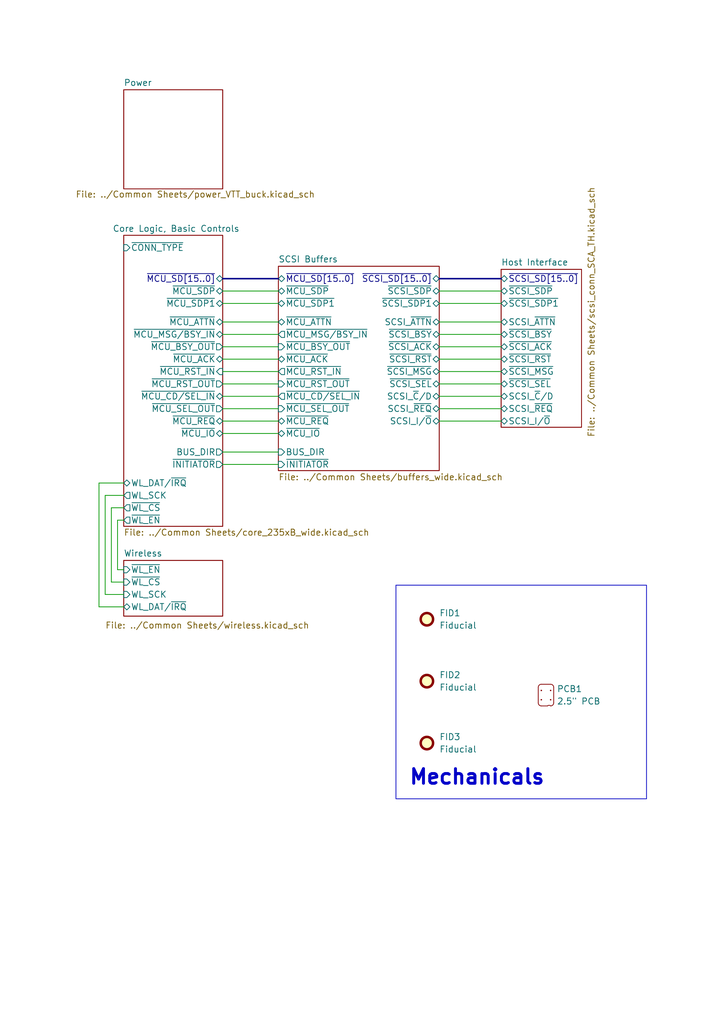
<source format=kicad_sch>
(kicad_sch (version 20250114) (generator "eeschema") (generator_version "9.0")
  (paper "A5" portrait)
  (title_block (title "GBSCSI2 Common Platform, 2.5\" Wide SCA TH Conn Variant") (date "2026-02-01") (rev "2.0") (comment 1 "Drawn by George R. M.") (comment 2 "BLOCK DIAGRAM/TOP SHEET") (comment 4 "FIRST DRAWING VERSION FOR COMMON PLATFORM VARIANTS IS V2.0"))
  (lib_symbols
    (symbol "GBSCSI:PCB_2.5" (in_bom no)
      (property "Reference" "PCB" (at 0 0 0))
      (property "Value" "2.5\" PCB" (at 0 0 0))
      (symbol "PCB_2.5_0_1"
        (polyline (pts (xy -1.27 3.175) (xy -1.27 6.35)))
        (polyline (pts (xy -0.635 6.985) (xy 1.27 6.985)))
        (arc (start -1.27 6.35) (mid -1.084 6.799) (end -0.635 6.985))
        (circle (center -0.635 5.715) (radius 0.0001))
        (circle (center -0.635 3.81) (radius 0.0001))
        (arc (start -0.635 2.54) (mid -1.084 2.726) (end -1.27 3.175))
        (polyline (pts (xy -0.635 2.54) (xy 0.635 2.54)))
        (arc (start 0.635 2.54) (mid 0.9525 2.6715) (end 1.27 2.54))
        (arc (start 1.27 6.985) (mid 1.719 6.799) (end 1.905 6.35))
        (circle (center 1.27 5.715) (radius 0.0001))
        (circle (center 1.27 3.81) (radius 0.0001))
        (arc (start 1.905 3.175) (mid 1.719 2.726) (end 1.27 2.54))
        (polyline (pts (xy 1.905 6.35) (xy 1.905 3.175)))
      )
    )
    (symbol "Mechanical:Fiducial"
      (property "Reference" "FID" (at 0 5.08 0))
      (property "Value" "Fiducial" (at 0 3.175 0))
      (symbol "Fiducial_0_1"
        (circle (center 0 0) (radius 1.27) (stroke (width 0.508)) (fill (type background)))
      )
    )
  )
  (rectangle (start 81.28 120.015) (end 132.715 163.83))
  (text "Mechanicals" (at 83.82 161.29 0) (effects (font (size 3 3) (thickness 0.6) (bold yes)) (justify left bottom)))
  (wire (pts (xy 90.17 76.2) (xy 102.87 76.2)))
  (wire (pts (xy 21.59 101.6) (xy 21.59 121.92)))
  (wire (pts (xy 20.32 99.06) (xy 20.32 124.46)))
  (wire (pts (xy 21.59 101.6) (xy 25.4 101.6)))
  (wire (pts (xy 21.59 121.92) (xy 25.4 121.92)))
  (wire (pts (xy 20.32 99.06) (xy 25.4 99.06)))
  (wire (pts (xy 45.72 86.36) (xy 57.15 86.36)))
  (wire (pts (xy 90.17 83.82) (xy 102.87 83.82)))
  (wire (pts (xy 90.17 81.28) (xy 102.87 81.28)))
  (wire (pts (xy 45.72 62.23) (xy 57.15 62.23)))
  (wire (pts (xy 20.32 124.46) (xy 25.4 124.46)))
  (wire (pts (xy 24.13 116.84) (xy 25.4 116.84)))
  (wire (pts (xy 45.72 95.25) (xy 57.15 95.25)))
  (wire (pts (xy 90.17 68.58) (xy 102.87 68.58)))
  (wire (pts (xy 45.72 92.71) (xy 57.15 92.71)))
  (wire (pts (xy 24.13 106.68) (xy 24.13 116.84)))
  (wire (pts (xy 45.72 88.9) (xy 57.15 88.9)))
  (wire (pts (xy 45.72 71.12) (xy 57.15 71.12)))
  (wire (pts (xy 90.17 71.12) (xy 102.87 71.12)))
  (wire (pts (xy 45.72 83.82) (xy 57.15 83.82)))
  (wire (pts (xy 90.17 78.74) (xy 102.87 78.74)))
  (bus (pts (xy 45.72 57.15) (xy 57.15 57.15)))
  (wire (pts (xy 45.72 78.74) (xy 57.15 78.74)))
  (wire (pts (xy 22.86 104.14) (xy 25.4 104.14)))
  (wire (pts (xy 45.72 59.69) (xy 57.15 59.69)))
  (wire (pts (xy 90.17 62.23) (xy 102.87 62.23)))
  (wire (pts (xy 45.72 73.66) (xy 57.15 73.66)))
  (wire (pts (xy 22.86 104.14) (xy 22.86 119.38)))
  (wire (pts (xy 90.17 86.36) (xy 102.87 86.36)))
  (wire (pts (xy 45.72 66.04) (xy 57.15 66.04)))
  (wire (pts (xy 90.17 66.04) (xy 102.87 66.04)))
  (wire (pts (xy 90.17 59.69) (xy 102.87 59.69)))
  (wire (pts (xy 45.72 68.58) (xy 57.15 68.58)))
  (wire (pts (xy 22.86 119.38) (xy 25.4 119.38)))
  (wire (pts (xy 45.72 76.2) (xy 57.15 76.2)))
  (wire (pts (xy 45.72 81.28) (xy 57.15 81.28)))
  (bus (pts (xy 90.17 57.15) (xy 102.87 57.15)))
  (wire (pts (xy 90.17 73.66) (xy 102.87 73.66)))
  (wire (pts (xy 24.13 106.68) (xy 25.4 106.68)))
  (symbol (lib_id "Mechanical:Fiducial") (at 87.63 127 0) (unit 1)
    (property "Reference" "FID1" (at 90.17 125.73 0) (effects (justify left)))
    (property "Value" "Fiducial" (at 90.17 128.27 0) (effects (justify left)))
    (property "Footprint" "Fiducial:Fiducial_0.5mm_Mask1mm" (effects (hide yes)))
    (property "LCSC" "N/A" (effects (hide yes)))
    (property "LCSC Part #" "N/A" (effects (hide yes)))
  )
  (symbol (lib_id "Mechanical:Fiducial") (at 87.63 152.4 0) (unit 1) (in_bom no)
    (property "Reference" "FID3" (at 90.17 151.13 0) (effects (justify left)))
    (property "Value" "Fiducial" (at 90.17 153.67 0) (effects (justify left)))
    (property "Footprint" "Fiducial:Fiducial_0.5mm_Mask1mm" (effects (hide yes)))
    (property "LCSC" "N/A" (effects (hide yes)))
    (property "LCSC Part #" "N/A" (effects (hide yes)))
  )
  (symbol (lib_id "GBSCSI:PCB_2.5") (at 111.76 147.32 0) (unit 1) (in_bom no)
    (property "Reference" "PCB1" (at 114.3 141.2874 0) (effects (justify left)))
    (property "Value" "2.5\" PCB" (at 114.3 143.8274 0) (effects (justify left)))
    (property "Footprint" "GBSCSI:GBSCSI2_2.5_PCB" (effects (hide yes)))
  )
  (symbol (lib_id "Mechanical:Fiducial") (at 87.63 139.7 0) (unit 1) (in_bom no)
    (property "Reference" "FID2" (at 90.17 138.43 0) (effects (justify left)))
    (property "Value" "Fiducial" (at 90.17 140.97 0) (effects (justify left)))
    (property "Footprint" "Fiducial:Fiducial_0.5mm_Mask1mm" (effects (hide yes)))
    (property "LCSC" "N/A" (effects (hide yes)))
    (property "LCSC Part #" "N/A" (effects (hide yes)))
  )
  (sheet (at 25.4 114.935) (size 20.32 11.43) (stroke (width 0.1524))
    (property "Sheetname" "Wireless" (at 25.4 114.2234 0) (effects (justify left bottom)))
    (property "Sheetfile" "../Common Sheets/wireless.kicad_sch" (at 21.59 127.508 0) (effects (justify left top)))
    (pin "WL_DAT{slash}~{IRQ}" bidirectional (at 25.4 124.46 180))
    (pin "WL_SCK" input (at 25.4 121.92 180))
    (pin "~{WL_CS}" input (at 25.4 119.38 180))
    (pin "~{WL_EN}" input (at 25.4 116.84 180))
  )
  (sheet (at 25.4 48.26) (size 20.32 59.69) (stroke (width 0.1524))
    (property "Sheetname" "Core Logic, Basic Controls" (at 23.114 47.625 0) (effects (justify left bottom)))
    (property "Sheetfile" "../Common Sheets/core_235xB_wide.kicad_sch" (at 25.4 108.458 0) (effects (justify left top)))
    (pin "BUS_DIR" output (at 45.72 92.71 0))
    (pin "~{INITIATOR}" output (at 45.72 95.25 0))
    (pin "~{MCU_ACK}" bidirectional (at 45.72 73.66 0))
    (pin "~{MCU_ATTN}" bidirectional (at 45.72 66.04 0))
    (pin "~{MCU_CD{slash}SEL_IN}" bidirectional (at 45.72 81.28 0))
    (pin "~{MCU_IO}" bidirectional (at 45.72 88.9 0))
    (pin "~{MCU_MSG{slash}BSY_IN}" bidirectional (at 45.72 68.58 0))
    (pin "~{MCU_REQ}" bidirectional (at 45.72 86.36 0))
    (pin "~{MCU_SDP}" bidirectional (at 45.72 59.69 0))
    (pin "~{MCU_SD[15..0]}" bidirectional (at 45.72 57.15 0))
    (pin "~{MCU_BSY_OUT}" output (at 45.72 71.12 0))
    (pin "~{MCU_SEL_OUT}" output (at 45.72 83.82 0))
    (pin "WL_DAT{slash}~{IRQ}" bidirectional (at 25.4 99.06 180))
    (pin "WL_SCK" output (at 25.4 101.6 180))
    (pin "~{WL_CS}" output (at 25.4 104.14 180))
    (pin "~{WL_EN}" output (at 25.4 106.68 180))
    (pin "~{CONN_TYPE}" input (at 25.4 50.8 180))
    (pin "~{MCU_RST_IN}" input (at 45.72 76.2 0))
    (pin "~{MCU_SDP1}" bidirectional (at 45.72 62.23 0))
    (pin "~{MCU_RST_OUT}" output (at 45.72 78.74 0))
  )
  (sheet (at 57.15 54.61) (size 33.02 41.91) (stroke (width 0.1524))
    (property "Sheetname" "SCSI Buffers" (at 57.15 53.8984 0) (effects (justify left bottom)))
    (property "Sheetfile" "../Common Sheets/buffers_wide.kicad_sch" (at 57.15 97.1046 0) (effects (justify left top)))
    (pin "SCSI_I{slash}~{O}" bidirectional (at 90.17 86.36 0))
    (pin "SCSI_~{ATTN}" bidirectional (at 90.17 66.04 0))
    (pin "SCSI_~{C}{slash}D" bidirectional (at 90.17 81.28 0))
    (pin "SCSI_~{REQ}" bidirectional (at 90.17 83.82 0))
    (pin "BUS_DIR" input (at 57.15 92.71 180))
    (pin "~{INITIATOR}" input (at 57.15 95.25 180))
    (pin "~{MCU_ACK}" bidirectional (at 57.15 73.66 180))
    (pin "~{MCU_ATTN}" bidirectional (at 57.15 66.04 180))
    (pin "~{MCU_BSY_OUT}" input (at 57.15 71.12 180))
    (pin "~{MCU_IO}" bidirectional (at 57.15 88.9 180))
    (pin "~{MCU_REQ}" bidirectional (at 57.15 86.36 180))
    (pin "~{MCU_SDP}" bidirectional (at 57.15 59.69 180))
    (pin "~{MCU_SD[15..0]}" bidirectional (at 57.15 57.15 180))
    (pin "~{MCU_SEL_OUT}" input (at 57.15 83.82 180))
    (pin "~{SCSI_ACK}" bidirectional (at 90.17 71.12 0))
    (pin "~{SCSI_BSY}" bidirectional (at 90.17 68.58 0))
    (pin "~{SCSI_MSG}" bidirectional (at 90.17 76.2 0))
    (pin "~{SCSI_RST}" bidirectional (at 90.17 73.66 0))
    (pin "~{SCSI_SDP}" bidirectional (at 90.17 59.69 0))
    (pin "~{SCSI_SD[15..0]}" bidirectional (at 90.17 57.15 0))
    (pin "~{SCSI_SEL}" bidirectional (at 90.17 78.74 0))
    (pin "~{MCU_CD{slash}SEL_IN}" output (at 57.15 81.28 180))
    (pin "~{MCU_MSG{slash}BSY_IN}" output (at 57.15 68.58 180))
    (pin "~{MCU_RST_IN}" output (at 57.15 76.2 180))
    (pin "~{MCU_SDP1}" bidirectional (at 57.15 62.23 180))
    (pin "~{SCSI_SDP1}" bidirectional (at 90.17 62.23 0))
    (pin "~{MCU_RST_OUT}" input (at 57.15 78.74 180))
  )
  (sheet (at 102.87 55.245) (size 16.51 32.385) (stroke (width 0.1524))
    (property "Sheetname" "Host Interface" (at 102.87 54.5334 0) (effects (justify left bottom)))
    (property "Sheetfile" "../Common Sheets/scsi_conn_SCA_TH.kicad_sch" (at 120.65 89.662 90) (effects (justify left top)))
    (pin "SCSI_I{slash}~{O}" bidirectional (at 102.87 86.36 180))
    (pin "SCSI_~{ATTN}" bidirectional (at 102.87 66.04 180))
    (pin "SCSI_~{C}{slash}D" bidirectional (at 102.87 81.28 180))
    (pin "SCSI_~{REQ}" bidirectional (at 102.87 83.82 180))
    (pin "~{SCSI_ACK}" bidirectional (at 102.87 71.12 180))
    (pin "~{SCSI_BSY}" bidirectional (at 102.87 68.58 180))
    (pin "~{SCSI_MSG}" bidirectional (at 102.87 76.2 180))
    (pin "~{SCSI_RST}" bidirectional (at 102.87 73.66 180))
    (pin "~{SCSI_SD[15..0]}" bidirectional (at 102.87 57.15 180))
    (pin "~{SCSI_SEL}" bidirectional (at 102.87 78.74 180))
    (pin "~{SCSI_SDP}" bidirectional (at 102.87 59.69 180))
    (pin "~{SCSI_SDP1}" bidirectional (at 102.87 62.23 180))
  )
  (sheet (at 25.4 18.415) (size 20.32 20.32) (stroke (width 0.1524))
    (property "Sheetname" "Power" (at 25.4 17.7034 0) (effects (justify left bottom)))
    (property "Sheetfile" "../Common Sheets/power_VTT_buck.kicad_sch" (at 15.494 39.116 0) (effects (justify left top)))
  )
)
</source>
